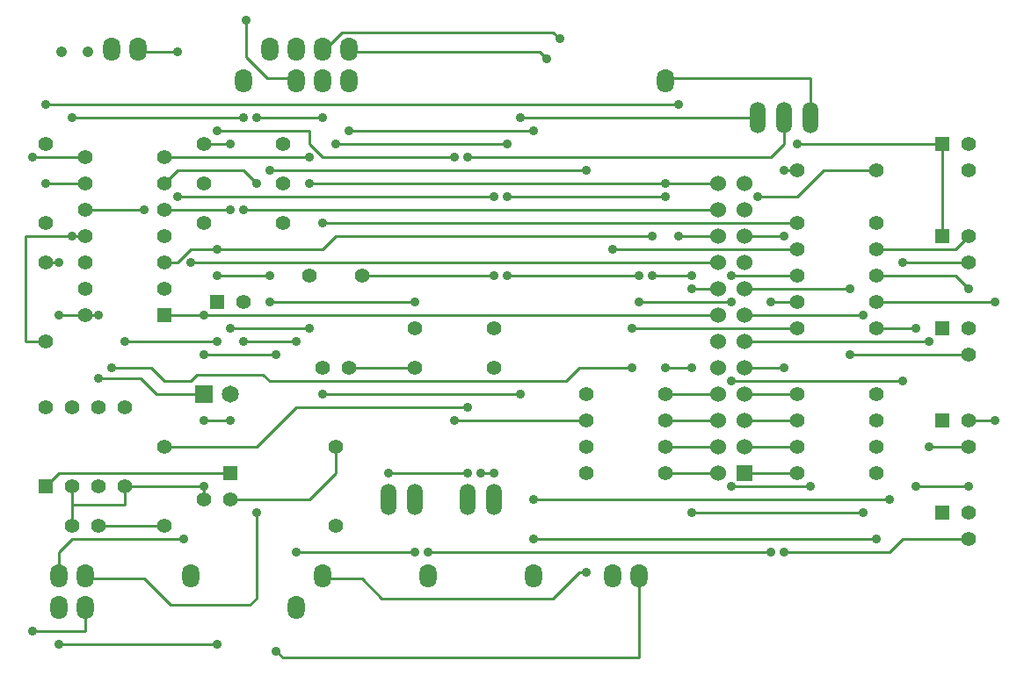
<source format=gbl>
G04 (created by PCBNEW (2013-07-07 BZR 4022)-stable) date 6/19/2015 1:27:00 PM*
%MOIN*%
G04 Gerber Fmt 3.4, Leading zero omitted, Abs format*
%FSLAX34Y34*%
G01*
G70*
G90*
G04 APERTURE LIST*
%ADD10C,0.00590551*%
%ADD11C,0.0420039*%
%ADD12O,0.065X0.09*%
%ADD13R,0.055X0.055*%
%ADD14C,0.055*%
%ADD15O,0.0593X0.1187*%
%ADD16R,0.06X0.06*%
%ADD17C,0.06*%
%ADD18R,0.065X0.065*%
%ADD19C,0.065*%
%ADD20C,0.035*%
%ADD21C,0.01*%
G04 APERTURE END LIST*
G54D10*
G54D11*
X58600Y-39000D03*
X59600Y-39000D03*
G54D12*
X69500Y-38900D03*
X68500Y-38900D03*
X67500Y-38900D03*
X66500Y-38900D03*
X61500Y-38900D03*
X60500Y-38900D03*
X81500Y-40100D03*
X69500Y-40100D03*
X68500Y-40100D03*
X67500Y-40100D03*
X65500Y-40100D03*
X80500Y-58900D03*
X79500Y-58900D03*
X76500Y-58900D03*
X72500Y-58900D03*
X68500Y-58900D03*
X63500Y-58900D03*
X59500Y-58900D03*
X58500Y-58900D03*
X67500Y-60100D03*
X59500Y-60100D03*
X58500Y-60100D03*
G54D13*
X65000Y-55000D03*
G54D14*
X65000Y-56000D03*
X64000Y-56000D03*
G54D13*
X92000Y-53000D03*
G54D14*
X93000Y-53000D03*
X93000Y-54000D03*
G54D13*
X92000Y-46000D03*
G54D14*
X93000Y-46000D03*
X93000Y-47000D03*
G54D13*
X92000Y-49500D03*
G54D14*
X93000Y-49500D03*
X93000Y-50500D03*
G54D13*
X92000Y-56500D03*
G54D14*
X93000Y-56500D03*
X93000Y-57500D03*
G54D13*
X92000Y-42500D03*
G54D14*
X93000Y-42500D03*
X93000Y-43500D03*
X89500Y-47500D03*
X86500Y-47500D03*
X67000Y-45500D03*
X64000Y-45500D03*
X86500Y-53000D03*
X89500Y-53000D03*
X81500Y-53000D03*
X78500Y-53000D03*
X86500Y-52000D03*
X89500Y-52000D03*
X81500Y-52000D03*
X78500Y-52000D03*
X89500Y-46500D03*
X86500Y-46500D03*
X89500Y-49500D03*
X86500Y-49500D03*
X89500Y-48500D03*
X86500Y-48500D03*
X81500Y-54000D03*
X78500Y-54000D03*
X89500Y-45500D03*
X86500Y-45500D03*
X72000Y-51000D03*
X75000Y-51000D03*
X69000Y-57000D03*
X69000Y-54000D03*
X67000Y-44000D03*
X64000Y-44000D03*
X67000Y-42500D03*
X64000Y-42500D03*
X58000Y-45500D03*
X58000Y-42500D03*
X58000Y-47000D03*
X58000Y-50000D03*
X86500Y-54000D03*
X89500Y-54000D03*
X62500Y-57000D03*
X62500Y-54000D03*
X75000Y-49500D03*
X72000Y-49500D03*
X89500Y-43500D03*
X86500Y-43500D03*
X86500Y-55000D03*
X89500Y-55000D03*
X81500Y-55000D03*
X78500Y-55000D03*
G54D15*
X85000Y-41500D03*
X86000Y-41500D03*
X87000Y-41500D03*
X72000Y-56000D03*
X71000Y-56000D03*
X75000Y-56000D03*
X74000Y-56000D03*
G54D16*
X84500Y-55000D03*
G54D17*
X83500Y-55000D03*
X84500Y-54000D03*
X83500Y-54000D03*
X84500Y-53000D03*
X83500Y-53000D03*
X84500Y-52000D03*
X83500Y-52000D03*
X84500Y-51000D03*
X83500Y-51000D03*
X84500Y-50000D03*
X83500Y-50000D03*
X84500Y-49000D03*
X83500Y-49000D03*
X84500Y-48000D03*
X83500Y-48000D03*
X84500Y-47000D03*
X83500Y-47000D03*
X84500Y-46000D03*
X83500Y-46000D03*
X84500Y-45000D03*
X83500Y-45000D03*
X84500Y-44000D03*
X83500Y-44000D03*
G54D13*
X58000Y-55500D03*
G54D14*
X59000Y-55500D03*
X60000Y-55500D03*
X61000Y-55500D03*
X61000Y-52500D03*
X60000Y-52500D03*
X59000Y-52500D03*
X58000Y-52500D03*
G54D13*
X62500Y-49000D03*
G54D14*
X62500Y-48000D03*
X62500Y-47000D03*
X62500Y-46000D03*
X62500Y-45000D03*
X62500Y-44000D03*
X62500Y-43000D03*
X59500Y-43000D03*
X59500Y-44000D03*
X59500Y-45000D03*
X59500Y-46000D03*
X59500Y-47000D03*
X59500Y-48000D03*
X59500Y-49000D03*
G54D13*
X64500Y-48500D03*
G54D14*
X65500Y-48500D03*
X59000Y-57000D03*
X60000Y-57000D03*
G54D18*
X64000Y-52000D03*
G54D19*
X65000Y-52000D03*
G54D14*
X70000Y-47500D03*
X68000Y-47500D03*
X69500Y-51000D03*
X68500Y-51000D03*
G54D20*
X84000Y-55500D03*
X87000Y-55500D03*
X85000Y-44500D03*
X60000Y-51400D03*
X66750Y-61750D03*
X60000Y-49000D03*
X58500Y-49000D03*
X58500Y-47000D03*
X64000Y-50500D03*
X64000Y-52000D03*
X66750Y-50500D03*
X68000Y-49500D03*
X65000Y-49500D03*
X64000Y-55500D03*
X68000Y-44000D03*
X81500Y-44000D03*
X68000Y-43000D03*
X64000Y-53000D03*
X65000Y-53000D03*
X71000Y-55000D03*
X74000Y-55000D03*
X74500Y-55000D03*
X75000Y-55000D03*
X88500Y-48000D03*
X88500Y-50500D03*
X89000Y-49000D03*
X86000Y-51000D03*
X86000Y-58000D03*
X90500Y-47000D03*
X90500Y-51500D03*
X84000Y-51500D03*
X91500Y-50000D03*
X91500Y-54000D03*
X93000Y-55500D03*
X91000Y-55500D03*
X91000Y-49500D03*
X94000Y-53000D03*
X94000Y-48500D03*
X93000Y-48000D03*
X75000Y-47500D03*
X64500Y-47500D03*
X66500Y-47500D03*
X66500Y-48500D03*
X72000Y-48500D03*
X61000Y-50000D03*
X64500Y-50000D03*
X62500Y-57000D03*
X61750Y-45000D03*
X63250Y-57500D03*
X64500Y-61500D03*
X58500Y-61500D03*
X66000Y-44000D03*
X66000Y-56500D03*
X57500Y-43000D03*
X57500Y-61000D03*
X66000Y-41500D03*
X68500Y-41500D03*
X68500Y-45500D03*
X80250Y-49500D03*
X80250Y-51000D03*
X60500Y-51000D03*
X79500Y-46500D03*
X78500Y-58750D03*
X72500Y-58000D03*
X85500Y-58000D03*
X85500Y-48500D03*
X84000Y-47500D03*
X84000Y-48500D03*
X80500Y-48500D03*
X80500Y-47500D03*
X75500Y-47500D03*
X75000Y-44500D03*
X63000Y-44500D03*
X63000Y-39000D03*
X89000Y-56500D03*
X82500Y-56500D03*
X82500Y-51000D03*
X81500Y-51000D03*
X81500Y-44500D03*
X75500Y-44500D03*
X75500Y-42500D03*
X69000Y-42500D03*
X64500Y-42000D03*
X73500Y-43000D03*
X73500Y-53000D03*
X65600Y-37800D03*
X78500Y-43500D03*
X66500Y-43500D03*
X76500Y-57500D03*
X89500Y-57500D03*
X77000Y-39250D03*
X90000Y-56000D03*
X76500Y-56000D03*
X76500Y-42000D03*
X69500Y-42000D03*
X77500Y-38500D03*
X86000Y-43500D03*
X86000Y-46000D03*
X86500Y-42500D03*
X64000Y-49000D03*
X64000Y-45500D03*
X82500Y-48000D03*
X82500Y-47500D03*
X81000Y-47500D03*
X81000Y-46000D03*
X64500Y-46500D03*
X65000Y-45000D03*
X65000Y-42500D03*
X63500Y-47000D03*
X58000Y-44000D03*
X82000Y-46000D03*
X82000Y-41000D03*
X58000Y-41000D03*
X59000Y-46000D03*
X59000Y-41500D03*
X65500Y-41500D03*
X65500Y-45000D03*
X72000Y-58000D03*
X67500Y-58000D03*
X67500Y-50000D03*
X65500Y-50000D03*
X76000Y-41500D03*
X76000Y-52000D03*
X68500Y-52000D03*
X74000Y-43000D03*
X74000Y-52500D03*
G54D21*
X87000Y-55500D02*
X84000Y-55500D01*
X89500Y-43500D02*
X87500Y-43500D01*
X86500Y-44500D02*
X85000Y-44500D01*
X87500Y-43500D02*
X86500Y-44500D01*
X64000Y-52000D02*
X62200Y-52000D01*
X61600Y-51400D02*
X60000Y-51400D01*
X62200Y-52000D02*
X61600Y-51400D01*
X79000Y-62000D02*
X67000Y-62000D01*
X67000Y-62000D02*
X66750Y-61750D01*
X80500Y-59000D02*
X80500Y-62000D01*
X80500Y-62000D02*
X79000Y-62000D01*
X79000Y-62000D02*
X78750Y-62000D01*
X60000Y-49000D02*
X59500Y-49000D01*
X58000Y-47000D02*
X58500Y-47000D01*
X58500Y-49000D02*
X59500Y-49000D01*
X66750Y-50500D02*
X66000Y-50500D01*
X66000Y-50500D02*
X64000Y-50500D01*
X72000Y-51000D02*
X69500Y-51000D01*
X59000Y-56200D02*
X59000Y-55500D01*
X61000Y-55500D02*
X61000Y-56200D01*
X61000Y-56200D02*
X59000Y-56200D01*
X65000Y-49500D02*
X68000Y-49500D01*
X64000Y-56000D02*
X64000Y-55500D01*
X64000Y-55500D02*
X63500Y-55500D01*
X59000Y-57000D02*
X59000Y-56200D01*
X59000Y-55500D02*
X59000Y-56200D01*
X68250Y-44000D02*
X68000Y-44000D01*
X81500Y-44000D02*
X68250Y-44000D01*
X83500Y-44000D02*
X81500Y-44000D01*
X87000Y-41500D02*
X87000Y-40000D01*
X87000Y-40000D02*
X81500Y-40000D01*
X62500Y-43000D02*
X68000Y-43000D01*
X64000Y-53000D02*
X65000Y-53000D01*
X61000Y-55500D02*
X63500Y-55500D01*
X63500Y-55500D02*
X64000Y-55500D01*
X74000Y-55000D02*
X71000Y-55000D01*
X75000Y-55000D02*
X74500Y-55000D01*
X93000Y-50500D02*
X88500Y-50500D01*
X88500Y-48000D02*
X84500Y-48000D01*
X84500Y-49000D02*
X89000Y-49000D01*
X93000Y-57500D02*
X90500Y-57500D01*
X86000Y-51000D02*
X84500Y-51000D01*
X90000Y-58000D02*
X86000Y-58000D01*
X90500Y-57500D02*
X90000Y-58000D01*
X90500Y-47000D02*
X93000Y-47000D01*
X84000Y-51500D02*
X90500Y-51500D01*
X93000Y-54000D02*
X91500Y-54000D01*
X91500Y-50000D02*
X84500Y-50000D01*
X89500Y-46500D02*
X92500Y-46500D01*
X92500Y-46500D02*
X93000Y-46000D01*
X89500Y-49500D02*
X91000Y-49500D01*
X91000Y-55500D02*
X93000Y-55500D01*
X89500Y-48500D02*
X94000Y-48500D01*
X94000Y-53000D02*
X93000Y-53000D01*
X89500Y-47500D02*
X92500Y-47500D01*
X92500Y-47500D02*
X93000Y-48000D01*
X70000Y-47500D02*
X75000Y-47500D01*
X66500Y-47500D02*
X64500Y-47500D01*
X72000Y-48500D02*
X66500Y-48500D01*
X64500Y-50000D02*
X61000Y-50000D01*
X69000Y-54000D02*
X69000Y-54500D01*
X68000Y-56000D02*
X69000Y-55000D01*
X69000Y-55000D02*
X69000Y-54500D01*
X68000Y-56000D02*
X65000Y-56000D01*
X60000Y-57000D02*
X62500Y-57000D01*
X65000Y-55000D02*
X58500Y-55000D01*
X58500Y-55000D02*
X58000Y-55500D01*
X61750Y-45000D02*
X59500Y-45000D01*
X58500Y-59000D02*
X58500Y-58000D01*
X59000Y-57500D02*
X63250Y-57500D01*
X58500Y-58000D02*
X59000Y-57500D01*
X58750Y-61500D02*
X64500Y-61500D01*
X58500Y-61500D02*
X58750Y-61500D01*
X59500Y-59000D02*
X61750Y-59000D01*
X63000Y-43500D02*
X62500Y-44000D01*
X65500Y-43500D02*
X63000Y-43500D01*
X66000Y-44000D02*
X65500Y-43500D01*
X66000Y-59750D02*
X66000Y-56500D01*
X65750Y-60000D02*
X66000Y-59750D01*
X62750Y-60000D02*
X65750Y-60000D01*
X61750Y-59000D02*
X62750Y-60000D01*
X59500Y-60000D02*
X59500Y-61000D01*
X57500Y-43000D02*
X59500Y-43000D01*
X59500Y-61000D02*
X57500Y-61000D01*
X86500Y-45500D02*
X68500Y-45500D01*
X68500Y-41500D02*
X66000Y-41500D01*
X80250Y-49500D02*
X86500Y-49500D01*
X78250Y-51000D02*
X80250Y-51000D01*
X77750Y-51500D02*
X78250Y-51000D01*
X74250Y-51500D02*
X77750Y-51500D01*
X66500Y-51500D02*
X74250Y-51500D01*
X66250Y-51250D02*
X66500Y-51500D01*
X63750Y-51250D02*
X66250Y-51250D01*
X63500Y-51500D02*
X63750Y-51250D01*
X62500Y-51500D02*
X63500Y-51500D01*
X62000Y-51000D02*
X62500Y-51500D01*
X60500Y-51000D02*
X62000Y-51000D01*
X68500Y-59000D02*
X70000Y-59000D01*
X79500Y-46500D02*
X86500Y-46500D01*
X78250Y-58750D02*
X78500Y-58750D01*
X77250Y-59750D02*
X78250Y-58750D01*
X70750Y-59750D02*
X77250Y-59750D01*
X70000Y-59000D02*
X70750Y-59750D01*
X86500Y-48500D02*
X85500Y-48500D01*
X85500Y-58000D02*
X72500Y-58000D01*
X61500Y-39000D02*
X63000Y-39000D01*
X84000Y-47500D02*
X86500Y-47500D01*
X80500Y-48500D02*
X84000Y-48500D01*
X75500Y-47500D02*
X80500Y-47500D01*
X63000Y-44500D02*
X75000Y-44500D01*
X82500Y-56500D02*
X89000Y-56500D01*
X81500Y-51000D02*
X82500Y-51000D01*
X75500Y-44500D02*
X81500Y-44500D01*
X69000Y-42500D02*
X75500Y-42500D01*
X78500Y-53000D02*
X73500Y-53000D01*
X68000Y-42000D02*
X64500Y-42000D01*
X68000Y-42500D02*
X68000Y-42000D01*
X68500Y-43000D02*
X68000Y-42500D01*
X73500Y-43000D02*
X68500Y-43000D01*
X66400Y-40000D02*
X67500Y-40000D01*
X65600Y-39200D02*
X66400Y-40000D01*
X65600Y-37800D02*
X65600Y-39200D01*
X66500Y-43500D02*
X78500Y-43500D01*
X89500Y-57500D02*
X76500Y-57500D01*
X69500Y-39000D02*
X76750Y-39000D01*
X76750Y-39000D02*
X77000Y-39250D01*
X76500Y-56000D02*
X90000Y-56000D01*
X69500Y-42000D02*
X76500Y-42000D01*
X68500Y-39000D02*
X69250Y-38250D01*
X77250Y-38250D02*
X77500Y-38500D01*
X69250Y-38250D02*
X77250Y-38250D01*
X92000Y-46000D02*
X92000Y-42500D01*
X84500Y-46000D02*
X86000Y-46000D01*
X86000Y-43500D02*
X86500Y-43500D01*
X92000Y-42500D02*
X86500Y-42500D01*
X62500Y-49000D02*
X64000Y-49000D01*
X64000Y-49000D02*
X83500Y-49000D01*
X64500Y-46500D02*
X68500Y-46500D01*
X82500Y-48000D02*
X83500Y-48000D01*
X81000Y-47500D02*
X82500Y-47500D01*
X69000Y-46000D02*
X81000Y-46000D01*
X68500Y-46500D02*
X69000Y-46000D01*
X62500Y-47000D02*
X63000Y-47000D01*
X63500Y-46500D02*
X64500Y-46500D01*
X63000Y-47000D02*
X63500Y-46500D01*
X64000Y-42500D02*
X65000Y-42500D01*
X65000Y-45000D02*
X62500Y-45000D01*
X62500Y-45000D02*
X63500Y-45000D01*
X83500Y-47000D02*
X63500Y-47000D01*
X59500Y-44000D02*
X58000Y-44000D01*
X82000Y-46000D02*
X83500Y-46000D01*
X58000Y-41000D02*
X82000Y-41000D01*
X59500Y-46000D02*
X57500Y-46000D01*
X57250Y-50000D02*
X58000Y-50000D01*
X57250Y-46000D02*
X57250Y-50000D01*
X57500Y-46000D02*
X57250Y-46000D01*
X83500Y-45000D02*
X65500Y-45000D01*
X59000Y-46000D02*
X59500Y-46000D01*
X65500Y-41500D02*
X59000Y-41500D01*
X86500Y-55000D02*
X84500Y-55000D01*
X83500Y-55000D02*
X81500Y-55000D01*
X84500Y-54000D02*
X86500Y-54000D01*
X81500Y-54000D02*
X83500Y-54000D01*
X81500Y-52000D02*
X83500Y-52000D01*
X84500Y-53000D02*
X86500Y-53000D01*
X83500Y-53000D02*
X81500Y-53000D01*
X86500Y-52000D02*
X84500Y-52000D01*
X67500Y-58000D02*
X72000Y-58000D01*
X65500Y-50000D02*
X67500Y-50000D01*
X84000Y-41500D02*
X85000Y-41500D01*
X76000Y-41500D02*
X84000Y-41500D01*
X68500Y-52000D02*
X76000Y-52000D01*
X62500Y-54000D02*
X66000Y-54000D01*
X86000Y-42500D02*
X86000Y-41500D01*
X85500Y-43000D02*
X86000Y-42500D01*
X74000Y-43000D02*
X85500Y-43000D01*
X67500Y-52500D02*
X74000Y-52500D01*
X66000Y-54000D02*
X67500Y-52500D01*
M02*

</source>
